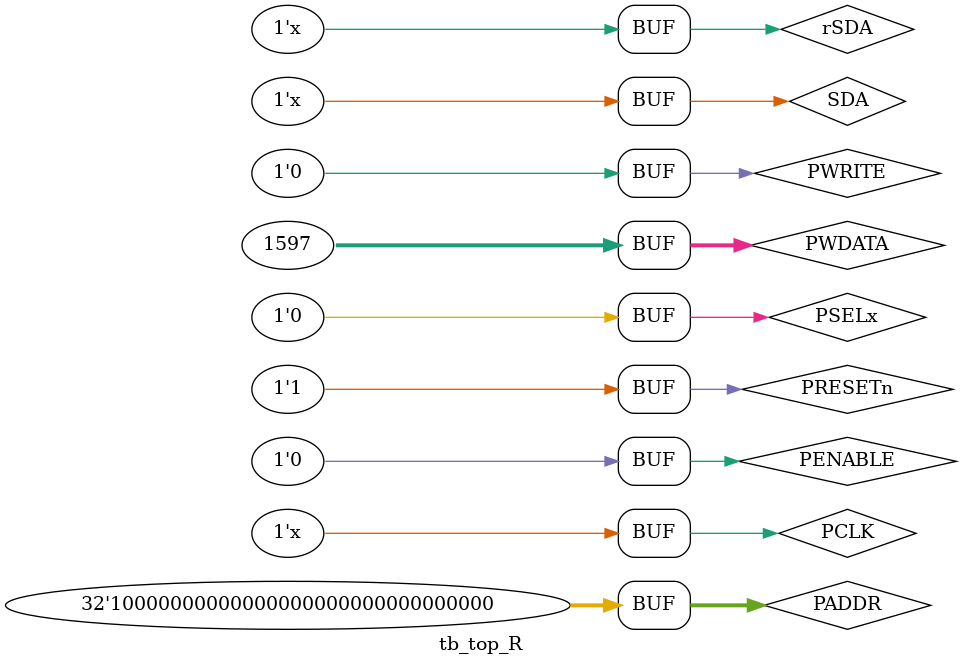
<source format=v>
`timescale 1ns / 1ps


module tb_top_R;

	// Inputs
	reg PCLK;
	reg PRESETn;
	reg [31:0] PADDR;
	reg PSELx;
	reg PENABLE;
	reg PWRITE;
	reg [31:0] PWDATA;

	// Outputs
	wire [31:0] PRDATA;
	wire SCL;

	// Bidirs
	wire SDA;

	// Instantiate the Unit Under Test (UUT)
	mod_top uut (
		.PCLK(PCLK), 
		.PRESETn(PRESETn), 
		.PADDR(PADDR), 
		.PSELx(PSELx), 
		.PENABLE(PENABLE), 
		.PWRITE(PWRITE), 
		.PRDATA(PRDATA), 
		.PWDATA(PWDATA), 
		.SDA(SDA), 
		.SCL(SCL)
	);
	
	reg rSDA = 1'bz;


	initial begin
		// Initialize Inputs
		PCLK = 0;
		PRESETn = 1;
		PADDR = 0;
		PSELx = 0;
		PENABLE = 0;
		PWRITE = 0;
		PWDATA = 0;

		// Wait 100 ns for global reset to finish
		#100;
        
		// Add stimulus here
				
		//reset
		#10 PRESETn = 0;
		#80 PRESETn = 1;
		
		// issuing i2c write command
		// DATA | ADDR |R/W|Sp|R|S|
		#40 PADDR = 32'h80000000; // peripheral address
		PWDATA[10:4] = 7'h63; // I2C address
		PWDATA[3] = 1; // read
		PWDATA[2] = 1; // speed
		PWDATA[0] = 1; // start
		
		#5 PWRITE = 1; // AMBA write
		#10 PSELx = 1;	// selecting
		#25 //penable csak kovetkezo ciklusban!
		#10 PENABLE = 1;  //enabling
		
		//to idle
		#60 PENABLE = 0; PSELx = 0;
		
		// polling peripheral
		# 3000;
		// DATA | ADDR |R/W|Sp|R|S|
		#40 PADDR = 32'h80000000; // peripheral address
	
		#5 PWRITE = 0; // AMBA read
		#10 PSELx = 1;	// selecting
		#25 //penable csak kovetkezo ciklusban!
		#10 PENABLE = 1;  //enabling
		
		//to idle
		#60 PENABLE = 0; PSELx = 0;
		
		// I2C is not ready (PRDATA[19] == 0), data is not reliable!
		
		
		// addr ACK (for speed=1)
		# 285;
		rSDA = 0;
		# 400; 
		rSDA = 'bz;
		
		// slave data 8'hC5; MSB first
		rSDA = 'bz;  // 1
		# 400 rSDA = 'bz; // 1
		# 400 rSDA = 0; // 0
		# 400 rSDA = 0; // 0
		# 400 rSDA = 0; // 0
		# 400 rSDA = 'bz; // 1
		# 400 rSDA = 0; // 0
		# 400 rSDA = 'bz; // 1

		
		
		
		// polling peripheral
		# 1250;
		// DATA | ADDR |R/W|Sp|R|S|
		#40 PADDR = 32'h80000000; // peripheral address
	
		#5 PWRITE = 0; // AMBA read
		#10 PSELx = 1;	// selecting
		#25 //penable csak kovetkezo ciklusban!
		#10 PENABLE = 1;  //enabling
		
		//to idle
		#60 PENABLE = 0; PSELx = 0;
		
		// I2C was ready! (PRDATA[19] == 1)
		

	end
	
	assign SDA = rSDA;
	
	always begin
		#25 PCLK = ~PCLK;
	end
      
endmodule


</source>
